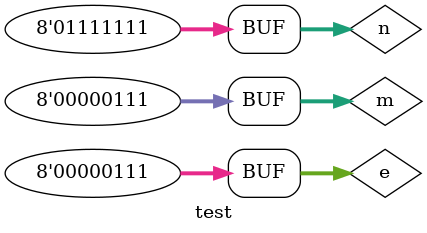
<source format=v>


module modexp1 ( e ,n,m, r);
  input[7:0] e,n,m;
  output[7:0] r;

  wire [7:0] m000, r000; wire [7:0] m001, r001; wire [7:0] m002, r002; wire [7:0] m003, r003; wire [7:0] m004, r004; wire [7:0] m005, r005; wire [7:0] m006, r006; wire [7:0] m007, r007; wire [7:0] m008, r008; 

  assign m001 = m;
  assign r001 = (1 * (e[0] == 1'b1 ? m001 : 1)) % n;

  assign m002 = twice_mod(m001,n); assign r002 = (r001 * (e[1] == 1'b1 ? m002 : 1)) % n;
  assign m003 = twice_mod(m002,n); assign r003 = (r002 * (e[2] == 1'b1 ? m003 : 1)) % n;
  assign m004 = twice_mod(m003,n); assign r004 = (r003 * (e[3] == 1'b1 ? m004 : 1)) % n;
  assign m005 = twice_mod(m004,n); assign r005 = (r004 * (e[4] == 1'b1 ? m005 : 1)) % n;
  assign m006 = twice_mod(m005,n); assign r006 = (r005 * (e[5] == 1'b1 ? m006 : 1)) % n;
  assign m007 = twice_mod(m006,n); assign r007 = (r006 * (e[6] == 1'b1 ? m007 : 1)) % n;
  assign m008 = twice_mod(m007,n); assign r008 = (r007 * (e[7] == 1'b1 ? m008 : 1)) % n;

  assign r = r008;

  function [63:0] mult;
    input [7:0] m;
    mult = m * m;
  endfunction

  function [7:0] twice_mod;
    input [7:0] m, n;
    twice_mod = mult(m) % n;
  endfunction

endmodule





module test;
  reg  [0:7]e,n,m;
  wire [0:7]r;

  initial begin
    #10
      n  <= 16;
      m  <= 3;
      e  <= 3;
    #1000
      n  <= 127;
      m  <= 7;
      e  <= 7;
  end

  modexp1 modexp(e,n,m,r);

  initial begin
    $monitor ($stime , " hello world e:%h n:%h m:%h r:%h ",e,n,m,r);
    $monitor ($stime , " hello world modexp.e:%h modexp.n:%h modexp.m:%h modexp.r:%h ",modexp.e,modexp.n,modexp.m,modexp.r);
//    $monitor ($stime , " r001 %h r002 %h r003 %h",modexp.r001,modexp.r002,modexp.r003);
//    $monitor ($stime , " m001 %h m002 %h m003 %h m004 %h m005 %h m006 %h m007 %h",modexp.m001,modexp.m002,modexp.m003,modexp.m004,modexp.m005,modexp.m006,modexp.m007);
//    $monitor ($stime , " e[1] %h e[2] %h e[3] %h",modexp.e[0],modexp.e[1],modexp.e[2]);
  end

endmodule



</source>
